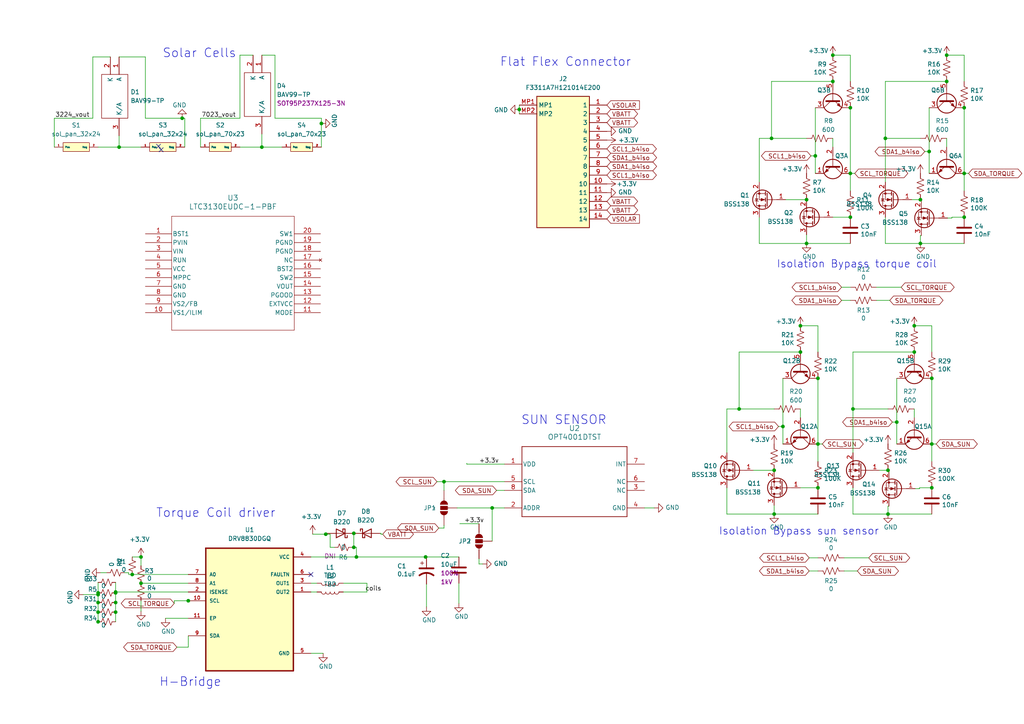
<source format=kicad_sch>
(kicad_sch (version 20230121) (generator eeschema)
  (paper "A4")
  (junction (at 279.654 62.992))
  (junction (at 237.236 141.478))
  (junction (at 33.528 177.546))
  (junction (at 270.256 128.778))
  (junction (at 236.474 45.212))
  (junction (at 260.096 122.428))
  (junction (at 232.156 102.108))
  (junction (at 102.616 158.75))
  (junction (at 28.448 180.34))
  (junction (at 266.954 70.612))
  (junction (at 224.536 149.098))
  (junction (at 257.556 136.398))
  (junction (at 265.176 102.108))
  (junction (at 33.528 171.958))
  (junction (at 28.448 171.958))
  (junction (at 214.376 118.618))
  (junction (at 28.448 174.752))
  (junction (at 223.774 40.132))
  (junction (at 237.236 109.728))
  (junction (at 224.536 136.398))
  (junction (at 241.554 23.622))
  (junction (at 94.488 154.94))
  (junction (at 123.444 161.544))
  (junction (at 38.354 166.624))
  (junction (at 128.778 139.7))
  (junction (at 265.176 94.488))
  (junction (at 233.934 57.912))
  (junction (at 266.954 57.912))
  (junction (at 28.448 177.546))
  (junction (at 256.794 40.132))
  (junction (at 54.61 174.244))
  (junction (at 279.654 31.242))
  (junction (at 247.396 118.618))
  (junction (at 103.378 161.544))
  (junction (at 40.894 169.164))
  (junction (at 270.256 109.728))
  (junction (at 269.494 43.942))
  (junction (at 93.218 35.814))
  (junction (at 246.634 31.242))
  (junction (at 279.654 50.292))
  (junction (at 233.934 70.612))
  (junction (at 237.236 128.778))
  (junction (at 52.832 34.29))
  (junction (at 232.156 94.488))
  (junction (at 102.616 154.686))
  (junction (at 257.556 149.098))
  (junction (at 142.748 147.32))
  (junction (at 241.554 16.002))
  (junction (at 246.634 62.992))
  (junction (at 274.574 16.002))
  (junction (at 34.544 42.672))
  (junction (at 40.894 161.544))
  (junction (at 246.634 50.292))
  (junction (at 28.448 172.466))
  (junction (at 150.622 31.75))
  (junction (at 227.076 123.698))
  (junction (at 274.574 23.622))
  (junction (at 270.256 141.478))
  (junction (at 75.946 42.672))
  (junction (at 33.528 171.704))
  (junction (at 33.528 174.752))
  (no_connect (at 90.17 166.624))
  (no_connect (at 46.736 43.434))
  (no_connect (at 45.974 42.418))
  (wire (pts (xy 270.256 94.488) (xy 265.176 94.488)))
  (wire (pts (xy 227.076 123.698) (xy 227.076 128.778)))
  (wire (pts (xy 110.49 154.94) (xy 110.998 154.94)))
  (wire (pts (xy 102.616 158.75) (xy 103.378 158.75)))
  (wire (pts (xy 135.382 134.366) (xy 135.382 134.62)))
  (wire (pts (xy 58.166 42.672) (xy 58.166 34.29)))
  (wire (pts (xy 236.474 31.242) (xy 236.474 45.212)))
  (wire (pts (xy 220.218 70.612) (xy 233.934 70.612)))
  (wire (pts (xy 214.376 102.108) (xy 232.156 102.108)))
  (wire (pts (xy 279.654 55.372) (xy 279.654 50.292)))
  (wire (pts (xy 123.444 161.798) (xy 123.444 161.544)))
  (wire (pts (xy 33.528 174.752) (xy 33.528 177.546)))
  (wire (pts (xy 210.82 131.318) (xy 210.82 118.618)))
  (wire (pts (xy 237.236 161.798) (xy 234.696 161.798)))
  (wire (pts (xy 271.526 128.778) (xy 270.256 128.778)))
  (wire (pts (xy 257.556 146.812) (xy 257.556 149.098)))
  (wire (pts (xy 261.366 83.312) (xy 254.254 83.312)))
  (wire (pts (xy 58.166 34.29) (xy 69.596 34.29)))
  (wire (pts (xy 235.204 45.212) (xy 236.474 45.212)))
  (wire (pts (xy 220.218 40.132) (xy 223.774 40.132)))
  (wire (pts (xy 256.794 70.612) (xy 266.954 70.612)))
  (wire (pts (xy 237.236 102.108) (xy 237.236 94.488)))
  (wire (pts (xy 133.096 169.164) (xy 133.096 175.006)))
  (wire (pts (xy 28.448 177.546) (xy 28.448 180.34)))
  (wire (pts (xy 90.678 154.94) (xy 94.488 154.94)))
  (wire (pts (xy 276.098 62.992) (xy 279.654 62.992)))
  (wire (pts (xy 248.666 165.608) (xy 244.856 165.608)))
  (wire (pts (xy 54.61 174.244) (xy 50.546 174.244)))
  (wire (pts (xy 210.82 118.618) (xy 214.376 118.618)))
  (wire (pts (xy 280.924 50.292) (xy 279.654 50.292)))
  (wire (pts (xy 270.256 102.108) (xy 270.256 94.488)))
  (wire (pts (xy 133.35 151.892) (xy 138.938 151.892)))
  (wire (pts (xy 227.076 109.728) (xy 227.076 123.698)))
  (wire (pts (xy 53.594 34.29) (xy 53.594 42.672)))
  (wire (pts (xy 279.654 31.242) (xy 279.654 50.292)))
  (wire (pts (xy 266.954 68.326) (xy 266.954 70.612)))
  (wire (pts (xy 28.448 171.958) (xy 28.448 172.466)))
  (wire (pts (xy 214.376 102.108) (xy 214.376 118.618)))
  (wire (pts (xy 224.536 149.098) (xy 237.236 149.098)))
  (wire (pts (xy 38.354 166.624) (xy 54.61 166.624)))
  (wire (pts (xy 266.7 141.732) (xy 266.7 141.478)))
  (wire (pts (xy 266.7 141.478) (xy 270.256 141.478)))
  (wire (pts (xy 54.61 187.706) (xy 54.61 184.404)))
  (wire (pts (xy 40.894 177.292) (xy 40.894 174.244)))
  (wire (pts (xy 48.006 179.324) (xy 54.61 179.324)))
  (wire (pts (xy 256.794 23.622) (xy 274.574 23.622)))
  (wire (pts (xy 50.546 174.244) (xy 50.546 175.006)))
  (wire (pts (xy 138.938 163.576) (xy 138.938 162.052)))
  (wire (pts (xy 233.934 40.132) (xy 223.774 40.132)))
  (wire (pts (xy 142.748 147.32) (xy 146.304 147.32)))
  (wire (pts (xy 267.208 57.912) (xy 266.954 57.912)))
  (wire (pts (xy 15.748 34.29) (xy 26.924 34.29)))
  (wire (pts (xy 270.256 109.728) (xy 270.256 128.778)))
  (wire (pts (xy 237.236 94.488) (xy 232.156 94.488)))
  (wire (pts (xy 37.338 166.116) (xy 37.338 166.624)))
  (wire (pts (xy 102.108 158.75) (xy 102.616 158.75)))
  (wire (pts (xy 97.028 158.75) (xy 95.758 158.75)))
  (wire (pts (xy 37.338 166.624) (xy 38.354 166.624)))
  (wire (pts (xy 246.634 16.002) (xy 241.554 16.002)))
  (wire (pts (xy 103.378 158.75) (xy 103.378 161.544)))
  (wire (pts (xy 142.748 147.32) (xy 142.748 156.972)))
  (wire (pts (xy 28.448 174.752) (xy 28.448 177.546)))
  (wire (pts (xy 150.622 31.75) (xy 150.622 33.02)))
  (wire (pts (xy 220.218 52.832) (xy 220.218 40.132)))
  (wire (pts (xy 95.758 158.75) (xy 95.758 154.94)))
  (wire (pts (xy 106.426 171.704) (xy 99.568 171.704)))
  (wire (pts (xy 33.528 171.704) (xy 54.61 171.704)))
  (wire (pts (xy 258.826 122.428) (xy 260.096 122.428)))
  (wire (pts (xy 28.448 180.34) (xy 28.448 180.594)))
  (wire (pts (xy 260.096 122.428) (xy 260.096 128.778)))
  (wire (pts (xy 128.778 153.162) (xy 127.254 153.162)))
  (wire (pts (xy 90.17 169.164) (xy 91.948 169.164)))
  (wire (pts (xy 106.426 169.164) (xy 106.426 171.704)))
  (wire (pts (xy 75.946 16.002) (xy 79.756 16.002)))
  (wire (pts (xy 247.904 50.292) (xy 246.634 50.292)))
  (wire (pts (xy 251.968 161.798) (xy 244.856 161.798)))
  (wire (pts (xy 110.236 154.686) (xy 110.49 154.686)))
  (wire (pts (xy 257.556 118.618) (xy 247.396 118.618)))
  (wire (pts (xy 126.746 139.7) (xy 128.778 139.7)))
  (wire (pts (xy 33.528 177.546) (xy 33.528 180.34)))
  (wire (pts (xy 69.596 42.672) (xy 75.946 42.672)))
  (wire (pts (xy 94.488 154.686) (xy 94.488 154.94)))
  (wire (pts (xy 52.832 34.29) (xy 53.594 34.29)))
  (wire (pts (xy 40.894 164.084) (xy 40.894 161.544)))
  (wire (pts (xy 247.396 118.618) (xy 247.396 102.108)))
  (wire (pts (xy 128.778 142.24) (xy 128.778 139.7)))
  (wire (pts (xy 265.43 141.732) (xy 266.7 141.732)))
  (wire (pts (xy 75.946 38.862) (xy 75.946 42.672)))
  (wire (pts (xy 210.82 149.098) (xy 224.536 149.098)))
  (wire (pts (xy 128.778 139.7) (xy 146.304 139.7)))
  (wire (pts (xy 210.82 141.478) (xy 210.82 149.098)))
  (wire (pts (xy 265.176 121.158) (xy 265.176 118.618)))
  (wire (pts (xy 247.396 149.098) (xy 257.556 149.098)))
  (wire (pts (xy 266.954 57.912) (xy 264.414 57.912)))
  (wire (pts (xy 218.44 136.398) (xy 224.536 136.398)))
  (wire (pts (xy 223.774 23.622) (xy 241.554 23.622)))
  (wire (pts (xy 28.448 42.672) (xy 34.544 42.672)))
  (wire (pts (xy 270.256 133.858) (xy 270.256 128.778)))
  (wire (pts (xy 75.946 42.672) (xy 81.788 42.672)))
  (wire (pts (xy 274.828 63.246) (xy 276.098 63.246)))
  (wire (pts (xy 34.544 39.37) (xy 34.544 42.672)))
  (wire (pts (xy 246.634 83.312) (xy 244.094 83.312)))
  (wire (pts (xy 246.634 87.122) (xy 244.094 87.122)))
  (wire (pts (xy 238.506 128.778) (xy 237.236 128.778)))
  (wire (pts (xy 28.448 168.91) (xy 28.448 171.958)))
  (wire (pts (xy 123.444 161.798) (xy 123.698 161.798)))
  (wire (pts (xy 103.378 161.544) (xy 123.444 161.544)))
  (wire (pts (xy 123.444 161.544) (xy 133.096 161.544)))
  (wire (pts (xy 258.064 87.122) (xy 254.254 87.122)))
  (wire (pts (xy 237.236 109.728) (xy 237.236 128.778)))
  (wire (pts (xy 223.774 23.622) (xy 223.774 40.132)))
  (wire (pts (xy 279.654 70.612) (xy 266.954 70.612)))
  (wire (pts (xy 266.954 40.132) (xy 256.794 40.132)))
  (wire (pts (xy 79.756 16.002) (xy 79.756 34.29)))
  (wire (pts (xy 99.568 169.164) (xy 106.426 169.164)))
  (wire (pts (xy 256.794 52.832) (xy 256.794 40.132)))
  (wire (pts (xy 94.996 154.686) (xy 94.488 154.686)))
  (wire (pts (xy 257.556 136.398) (xy 255.016 136.398)))
  (wire (pts (xy 128.778 152.4) (xy 128.778 153.162)))
  (wire (pts (xy 279.654 16.002) (xy 274.574 16.002)))
  (wire (pts (xy 150.622 30.48) (xy 150.622 31.75)))
  (wire (pts (xy 227.838 57.912) (xy 233.934 57.912)))
  (wire (pts (xy 90.17 171.704) (xy 91.948 171.704)))
  (wire (pts (xy 220.218 62.992) (xy 220.218 70.612)))
  (wire (pts (xy 34.544 42.672) (xy 40.894 42.672)))
  (wire (pts (xy 110.49 154.686) (xy 110.49 154.94)))
  (wire (pts (xy 94.488 154.94) (xy 95.758 154.94)))
  (wire (pts (xy 241.554 62.992) (xy 246.634 62.992)))
  (wire (pts (xy 34.544 16.51) (xy 42.164 16.51)))
  (wire (pts (xy 260.096 109.728) (xy 260.096 122.428)))
  (wire (pts (xy 33.528 171.704) (xy 33.528 171.958)))
  (wire (pts (xy 270.256 149.098) (xy 257.556 149.098)))
  (wire (pts (xy 40.894 169.164) (xy 54.61 169.164)))
  (wire (pts (xy 144.018 142.24) (xy 146.304 142.24)))
  (wire (pts (xy 257.81 146.812) (xy 257.556 146.812)))
  (wire (pts (xy 73.406 16.002) (xy 69.596 16.002)))
  (wire (pts (xy 36.068 166.116) (xy 37.338 166.116)))
  (wire (pts (xy 257.81 136.652) (xy 257.81 136.398)))
  (wire (pts (xy 247.396 102.108) (xy 265.176 102.108)))
  (wire (pts (xy 69.596 16.002) (xy 69.596 34.29)))
  (wire (pts (xy 246.634 55.372) (xy 246.634 50.292)))
  (wire (pts (xy 33.528 171.958) (xy 33.528 174.752)))
  (wire (pts (xy 33.528 168.91) (xy 33.528 171.704)))
  (wire (pts (xy 267.208 68.326) (xy 266.954 68.326)))
  (wire (pts (xy 233.934 70.612) (xy 233.934 68.072)))
  (wire (pts (xy 246.634 31.242) (xy 246.634 50.292)))
  (wire (pts (xy 29.21 166.116) (xy 30.988 166.116)))
  (wire (pts (xy 247.396 141.478) (xy 247.396 149.098)))
  (wire (pts (xy 232.156 141.478) (xy 237.236 141.478)))
  (wire (pts (xy 42.164 34.29) (xy 52.832 34.29)))
  (wire (pts (xy 246.634 23.622) (xy 246.634 16.002)))
  (wire (pts (xy 90.17 189.484) (xy 93.726 189.484)))
  (wire (pts (xy 247.396 131.318) (xy 247.396 118.618)))
  (wire (pts (xy 32.004 16.51) (xy 26.924 16.51)))
  (wire (pts (xy 51.308 187.706) (xy 54.61 187.706)))
  (wire (pts (xy 146.304 134.62) (xy 135.382 134.62)))
  (wire (pts (xy 268.224 43.942) (xy 269.494 43.942)))
  (wire (pts (xy 267.208 58.166) (xy 267.208 57.912)))
  (wire (pts (xy 93.218 34.29) (xy 93.218 35.814)))
  (wire (pts (xy 102.616 154.686) (xy 102.616 158.75)))
  (wire (pts (xy 256.794 62.992) (xy 256.794 70.612)))
  (wire (pts (xy 256.794 40.132) (xy 256.794 23.622)))
  (wire (pts (xy 269.494 43.942) (xy 269.494 50.292)))
  (wire (pts (xy 225.806 123.698) (xy 227.076 123.698)))
  (wire (pts (xy 279.654 23.622) (xy 279.654 16.002)))
  (wire (pts (xy 28.448 172.466) (xy 28.448 174.752)))
  (wire (pts (xy 237.236 165.608) (xy 234.696 165.608)))
  (wire (pts (xy 186.944 147.32) (xy 189.738 147.32)))
  (wire (pts (xy 276.098 63.246) (xy 276.098 62.992)))
  (wire (pts (xy 237.236 133.858) (xy 237.236 128.778)))
  (wire (pts (xy 90.17 161.544) (xy 103.378 161.544)))
  (wire (pts (xy 93.218 35.814) (xy 93.218 42.672)))
  (wire (pts (xy 42.164 16.51) (xy 42.164 34.29)))
  (wire (pts (xy 15.748 42.672) (xy 15.748 34.29)))
  (wire (pts (xy 241.554 42.672) (xy 241.554 40.132)))
  (wire (pts (xy 232.156 121.158) (xy 232.156 118.618)))
  (wire (pts (xy 257.81 136.398) (xy 257.556 136.398)))
  (wire (pts (xy 132.588 147.32) (xy 142.748 147.32)))
  (wire (pts (xy 224.536 118.618) (xy 214.376 118.618)))
  (wire (pts (xy 24.13 172.466) (xy 28.448 172.466)))
  (wire (pts (xy 40.894 161.544) (xy 38.354 161.544)))
  (wire (pts (xy 233.934 70.612) (xy 246.634 70.612)))
  (wire (pts (xy 139.954 163.576) (xy 138.938 163.576)))
  (wire (pts (xy 236.474 45.212) (xy 236.474 50.292)))
  (wire (pts (xy 274.574 42.672) (xy 274.574 40.132)))
  (wire (pts (xy 79.756 34.29) (xy 93.218 34.29)))
  (wire (pts (xy 123.698 169.418) (xy 123.698 176.022)))
  (wire (pts (xy 54.864 174.244) (xy 54.61 174.244)))
  (wire (pts (xy 269.494 31.242) (xy 269.494 43.942)))
  (wire (pts (xy 26.924 16.51) (xy 26.924 34.29)))
  (wire (pts (xy 224.536 149.098) (xy 224.536 146.558)))
  (text "Flat Flex Connector" (at 183.134 19.558 0) (effects (font (size 2.54 2.54)) (justify right bottom)))
  (text "SUN SENSOR\n\n" (at 151.13 127.508 0) (effects (font (size 2.54 2.54)) (justify left bottom)))
  (text "Isolation Bypass torque coil" (at 271.78 77.978 0) (effects (font (size 2.159 2.159)) (justify right bottom)))
  (text "Isolation Bypass sun sensor" (at 255.016 155.448 0) (effects (font (size 2.159 2.159)) (justify right bottom)))
  (text "Solar Cells" (at 68.58 17.018 0) (effects (font (size 2.54 2.54)) (justify right bottom)))
  (text "Torque Coil driver\n" (at 45.212 150.368 0) (effects (font (size 2.54 2.54)) (justify left bottom)))
  (text "H-Bridge" (at 64.262 199.39 0) (effects (font (size 2.54 2.54)) (justify right bottom)))
  (label "+3.3v" (at 134.62 151.892 0))
  (label "coils" (at 105.918 171.704 0))
  (label "+3.3v" (at 138.938 134.62 0))
  (label "3224_vout" (at 16.002 34.29 0))
  (label "7023_vout" (at 58.42 34.29 0))
  (global_label "SCL_TORQUE" (shape bidirectional) (at 50.546 175.006 180) (property "Intersheetrefs" "${INTERSHEET_REFS}" (effects hide)))
  (global_label "SCL_TORQUE" (shape bidirectional) (at 247.904 50.292 0) (property "Intersheetrefs" "${INTERSHEET_REFS}" (effects hide)))
  (global_label "SCL_TORQUE" (shape bidirectional) (at 261.366 83.312 0) (property "Intersheetrefs" "${INTERSHEET_REFS}" (effects hide)))
  (global_label "SCL1_b4iso" (shape bidirectional) (at 225.806 123.698 180) (property "Intersheetrefs" "${INTERSHEET_REFS}" (effects hide)))
  (global_label "SDA_TORQUE" (shape bidirectional) (at 51.308 187.706 180) (property "Intersheetrefs" "${INTERSHEET_REFS}" (effects hide)))
  (global_label "SDA_SUN" (shape bidirectional) (at 144.018 142.24 180) (property "Intersheetrefs" "${INTERSHEET_REFS}" (effects hide)))
  (global_label "VBATT" (shape bidirectional) (at 176.022 35.56 0) (property "Intersheetrefs" "${INTERSHEET_REFS}" (effects hide)))
  (global_label "SDA_SUN" (shape bidirectional) (at 248.666 165.608 0) (property "Intersheetrefs" "${INTERSHEET_REFS}" (effects hide)))
  (global_label "SDA1_b4iso" (shape bidirectional) (at 176.022 48.26 0) (property "Intersheetrefs" "${INTERSHEET_REFS}" (effects hide)))
  (global_label "VBATT" (shape bidirectional) (at 176.022 58.42 0) (property "Intersheetrefs" "${INTERSHEET_REFS}" (effects hide)))
  (global_label "SDA_TORQUE" (shape bidirectional) (at 258.064 87.122 0) (property "Intersheetrefs" "${INTERSHEET_REFS}" (effects hide)))
  (global_label "SDA_TORQUE" (shape bidirectional) (at 280.924 50.292 0) (property "Intersheetrefs" "${INTERSHEET_REFS}" (effects hide)))
  (global_label "SCL1_b4iso" (shape bidirectional) (at 176.022 43.18 0) (property "Intersheetrefs" "${INTERSHEET_REFS}" (effects hide)))
  (global_label "VSOLAR" (shape input) (at 176.022 63.5 0) (property "Intersheetrefs" "${INTERSHEET_REFS}" (effects hide)))
  (global_label "SCL_SUN" (shape bidirectional) (at 238.506 128.778 0) (property "Intersheetrefs" "${INTERSHEET_REFS}" (effects hide)))
  (global_label "VBATT" (shape bidirectional) (at 110.998 154.94 0) (property "Intersheetrefs" "${INTERSHEET_REFS}" (effects hide)))
  (global_label "SDA1_b4iso" (shape bidirectional) (at 234.696 165.608 180) (property "Intersheetrefs" "${INTERSHEET_REFS}" (effects hide)))
  (global_label "SDA1_b4iso" (shape bidirectional) (at 268.224 43.942 180) (property "Intersheetrefs" "${INTERSHEET_REFS}" (effects hide)))
  (global_label "VBATT" (shape bidirectional) (at 176.022 60.96 0) (property "Intersheetrefs" "${INTERSHEET_REFS}" (effects hide)))
  (global_label "SCL_SUN" (shape bidirectional) (at 126.746 139.7 180) (property "Intersheetrefs" "${INTERSHEET_REFS}" (effects hide)))
  (global_label "SCL1_b4iso" (shape bidirectional) (at 234.696 161.798 180) (property "Intersheetrefs" "${INTERSHEET_REFS}" (effects hide)))
  (global_label "SDA_SUN" (shape bidirectional) (at 127.254 153.162 180) (property "Intersheetrefs" "${INTERSHEET_REFS}" (effects hide)))
  (global_label "SCL1_b4iso" (shape bidirectional) (at 244.094 83.312 180) (property "Intersheetrefs" "${INTERSHEET_REFS}" (effects hide)))
  (global_label "SDA1_b4iso" (shape bidirectional) (at 244.094 87.122 180) (property "Intersheetrefs" "${INTERSHEET_REFS}" (effects hide)))
  (global_label "SCL_SUN" (shape bidirectional) (at 251.968 161.798 0) (property "Intersheetrefs" "${INTERSHEET_REFS}" (effects hide)))
  (global_label "SCL1_b4iso" (shape bidirectional) (at 176.022 50.8 0) (property "Intersheetrefs" "${INTERSHEET_REFS}" (effects hide)))
  (global_label "SDA1_b4iso" (shape bidirectional) (at 176.022 45.72 0) (property "Intersheetrefs" "${INTERSHEET_REFS}" (effects hide)))
  (global_label "VSOLAR" (shape input) (at 176.022 30.48 0) (property "Intersheetrefs" "${INTERSHEET_REFS}" (effects hide)))
  (global_label "VBATT" (shape bidirectional) (at 176.022 33.02 0) (property "Intersheetrefs" "${INTERSHEET_REFS}" (effects hide)))
  (global_label "SDA1_b4iso" (shape bidirectional) (at 258.826 122.428 180) (property "Intersheetrefs" "${INTERSHEET_REFS}" (effects hide)))
  (global_label "SCL1_b4iso" (shape bidirectional) (at 235.204 45.212 180) (property "Intersheetrefs" "${INTERSHEET_REFS}" (effects hide)))
  (global_label "SDA_SUN" (shape bidirectional) (at 271.526 128.778 0) (property "Intersheetrefs" "${INTERSHEET_REFS}" (effects hide)))
  (symbol (lib_id "solar_symbol_lib:sol_pan_32x24") (at 20.828 38.862 0) (unit 1)
    (property "Reference" "S1" (at 22.098 36.322 0))
    (property "Value" "sol_pan_32x24" (at 22.098 38.862 0))
    (property "Footprint" "CUSTOM_SOLAR_2432:solar_panel_SM500K12TF_32x24" (effects hide))
  )
  (symbol (lib_id "power:+3.3V") (at 257.556 128.778 0) (mirror y) (unit 1)
    (property "Reference" "#PWR023" (effects hide))
    (property "Value" "+3.3V" (at 256.286 127.508 0) (effects (justify left)))
  )
  (symbol (lib_id "power:GND") (at 266.954 70.612 0) (mirror y) (unit 1)
    (property "Reference" "#PWR016" (effects hide))
    (property "Value" "GND" (at 265.684 74.422 0) (effects (justify right)))
  )
  (symbol (lib_id "Transistor_FET:BSS138") (at 249.936 136.398 180) (unit 1)
    (property "Reference" "Q13" (at 243.586 135.128 0) (effects (justify left)))
    (property "Value" "BSS138" (at 243.586 137.668 0) (effects (justify left)))
    (property "Footprint" "Package_TO_SOT_SMD:SOT-23" (effects hide))
    (property "Datasheet" "https://www.onsemi.com/pub/Collateral/BSS138-D.PDF" (effects hide))
  )
  (symbol (lib_id "Device:C") (at 237.236 145.288 0) (unit 1)
    (property "Reference" "C5" (at 240.157 144.145 0) (effects (justify left)))
    (property "Value" "10nF" (at 240.157 146.431 0) (effects (justify left)))
    (property "Footprint" "Capacitor_SMD:C_0603_1608Metric" (effects hide))
  )
  (symbol (lib_id "power:+3.3V") (at 232.156 94.488 0) (mirror y) (unit 1)
    (property "Reference" "#PWR011" (effects hide))
    (property "Value" "+3.3V" (at 230.886 93.218 0) (effects (justify left)))
  )
  (symbol (lib_id "power:GND") (at 133.096 175.006 0) (mirror y) (unit 1)
    (property "Reference" "#PWR07" (effects hide))
    (property "Value" "GND" (at 131.826 178.816 0) (effects (justify right)))
  )
  (symbol (lib_id "SparkFun-Jumper:SolderJumper_3_Open_No_Silk") (at 138.938 156.972 90) (unit 1)
    (property "Reference" "JP2" (at 136.652 156.972 90) (effects (justify left)))
    (property "Value" "~" (at 136.144 156.972 0))
    (property "Footprint" "SparkFun-Jumper:SMT-JUMPER_3_NO_NO-SILK" (effects hide))
  )
  (symbol (lib_id "Device:R_Small_US") (at 30.988 171.958 270) (unit 1)
    (property "Reference" "R5" (at 28.194 170.942 90) (effects (justify right)))
    (property "Value" "0" (at 30.734 172.974 90) (effects (justify right)))
    (property "Footprint" "Resistor_SMD:R_0402_1005Metric" (effects hide))
  )
  (symbol (lib_id "solar_symbol_lib:sol_pan_70x23") (at 86.868 42.672 0) (unit 1)
    (property "Reference" "S4" (at 87.503 36.322 0))
    (property "Value" "sol_pan_70x23" (at 87.503 38.862 0))
    (property "Footprint" "CUSTOM_SOLAR_7023:sol_pan_SM141K10TFS_70x23" (effects hide))
  )
  (symbol (lib_id "Transistor_BJT:MBT2222ADW1T1") (at 241.554 47.752 270) (unit 1)
    (property "Reference" "Q3" (at 244.094 45.212 90))
    (property "Value" "MBT2222ADW1T1" (effects hide))
    (property "Footprint" "Package_TO_SOT_SMD:SOT-363_SC-70-6" (effects hide))
    (property "Datasheet" "http://www.onsemi.com/pub_link/Collateral/MBT2222ADW1T1-D.PDF" (effects hide))
  )
  (symbol (lib_id "F3311A7H121008E200:F3311A7H121014E200") (at 150.622 30.48 0) (unit 1)
    (property "Reference" "J2" (at 163.322 22.86 0))
    (property "Value" "F3311A7H121014E200" (at 163.322 25.4 0))
    (property "Footprint" "F3311A7H121014E200" (effects hide))
    (property "Datasheet" "https://cdn.amphenol-cs.com/media/wysiwyg/files/documentation/datasheet/flex/ffc_fpc_050mm_f331.pdf" (effects hide))
    (property "Height" "1.12" (effects hide))
    (property "Manufacturer_Name" "Amphenol Communications Solutions" (effects hide))
    (property "Manufacturer_Part_Number" "F3311A7H121014E200" (effects hide))
  )
  (symbol (lib_id "Device:R_US") (at 228.346 118.618 90) (unit 1)
    (property "Reference" "R20" (at 230.886 113.538 90))
    (property "Value" "600" (at 230.886 116.078 90))
    (property "Footprint" "Resistor_SMD:R_0603_1608Metric" (effects hide))
  )
  (symbol (lib_id "Device:R_US") (at 261.366 118.618 270) (unit 1)
    (property "Reference" "R27" (at 263.906 113.538 90))
    (property "Value" "600" (at 263.906 116.078 90))
    (property "Footprint" "Resistor_SMD:R_0603_1608Metric" (effects hide))
  )
  (symbol (lib_id "OPT4001DTST:OPT4001DTST") (at 146.304 134.62 0) (unit 1)
    (property "Reference" "U2" (at 166.624 124.206 0) (effects (font (size 1.524 1.524))))
    (property "Value" "OPT4001DTST" (at 166.624 126.746 0) (effects (font (size 1.524 1.524))))
    (property "Footprint" "DTS0008A-MFG" (effects hide))
    (property "Datasheet" "OPT4001DTST" (effects hide))
  )
  (symbol (lib_id "Device:R_US") (at 265.176 98.298 0) (unit 1)
    (property "Reference" "R28" (at 263.4488 97.1296 0) (effects (justify right)))
    (property "Value" "10K" (at 263.4488 99.441 0) (effects (justify right)))
    (property "Footprint" "Resistor_SMD:R_0603_1608Metric" (effects hide))
  )
  (symbol (lib_id "Transistor_BJT:MBT2222ADW1T1") (at 241.554 28.702 90) (mirror x) (unit 2)
    (property "Reference" "Q3" (at 239.014 26.162 90))
    (property "Value" "MBT2222ADW1T1" (effects hide))
    (property "Footprint" "Package_TO_SOT_SMD:SOT-363_SC-70-6" (effects hide))
    (property "Datasheet" "http://www.onsemi.com/pub_link/Collateral/MBT2222ADW1T1-D.PDF" (effects hide))
  )
  (symbol (lib_id "Transistor_BJT:MBT2222ADW1T1") (at 265.176 107.188 90) (mirror x) (unit 2)
    (property "Reference" "Q15" (at 262.636 104.648 90))
    (property "Value" "MBT2222ADW1T1" (effects hide))
    (property "Footprint" "Package_TO_SOT_SMD:SOT-363_SC-70-6" (effects hide))
    (property "Datasheet" "http://www.onsemi.com/pub_link/Collateral/MBT2222ADW1T1-D.PDF" (effects hide))
  )
  (symbol (lib_id "Device:R_Small_US") (at 99.568 158.75 90) (unit 1)
    (property "Reference" "R6" (at 99.568 161.6202 90))
    (property "Value" "0" (at 99.568 158.75 90))
    (property "Footprint" "Resistor_SMD:R_0603_1608Metric" (effects hide))
    (property "DNI" "DNI" (at 95.758 161.29 90))
  )
  (symbol (lib_id "power:GND") (at 233.934 70.612 0) (mirror y) (unit 1)
    (property "Reference" "#PWR013" (effects hide))
    (property "Value" "GND" (at 232.664 74.422 0) (effects (justify right)))
  )
  (symbol (lib_id "Transistor_FET:BSS138") (at 236.474 62.992 180) (unit 1)
    (property "Reference" "Q2" (at 230.124 61.722 0) (effects (justify left)))
    (property "Value" "BSS138" (at 230.124 64.262 0) (effects (justify left)))
    (property "Footprint" "Package_TO_SOT_SMD:SOT-23" (effects hide))
    (property "Datasheet" "https://www.onsemi.com/pub/Collateral/BSS138-D.PDF" (effects hide))
  )
  (symbol (lib_id "solar_symbol_lib:sol_pan_70x23") (at 63.246 42.672 0) (unit 1)
    (property "Reference" "S2" (at 63.881 36.322 0))
    (property "Value" "sol_pan_70x23" (at 63.881 38.862 0))
    (property "Footprint" "CUSTOM_SOLAR_7023:sol_pan_SM141K10TFS_70x23" (effects hide))
  )
  (symbol (lib_id "power:GND") (at 189.738 147.32 90) (unit 1)
    (property "Reference" "#PWR018" (effects hide))
    (property "Value" "GND" (at 192.9892 147.193 90) (effects (justify right)))
  )
  (symbol (lib_id "Device:R_US") (at 274.574 19.812 0) (unit 1)
    (property "Reference" "R16" (at 272.8468 18.6436 0) (effects (justify right)))
    (property "Value" "10K" (at 272.8468 20.955 0) (effects (justify right)))
    (property "Footprint" "Resistor_SMD:R_0603_1608Metric" (effects hide))
  )
  (symbol (lib_id "Diode:B220") (at 106.426 154.686 0) (unit 1)
    (property "Reference" "D8" (at 106.1085 148.336 0))
    (property "Value" "B220" (at 106.1085 150.876 0))
    (property "Footprint" "Diode_SMD:D_SMB" (effects hide))
    (property "Datasheet" "http://www.jameco.com/Jameco/Products/ProdDS/1538777.pdf" (effects hide))
  )
  (symbol (lib_id "Device:R_US") (at 250.444 83.312 90) (mirror x) (unit 1)
    (property "Reference" "R12" (at 250.444 78.105 90))
    (property "Value" "0" (at 250.444 80.4164 90))
    (property "Footprint" "Resistor_SMD:R_0603_1608Metric" (effects hide))
  )
  (symbol (lib_id "power:+3.3V") (at 90.678 154.94 0) (mirror y) (unit 1)
    (property "Reference" "#PWR06" (effects hide))
    (property "Value" "+3.3V" (at 93.218 149.86 0) (effects (justify left)))
  )
  (symbol (lib_id "AA_AUTO_LOADER:BAV99-TP") (at 34.544 16.51 270) (unit 1)
    (property "Reference" "D1" (at 37.846 26.67 90) (effects (justify left)))
    (property "Value" "BAV99-TP" (at 37.846 29.21 90) (effects (justify left)))
    (property "Footprint" "SOT95P237X125-3N" (effects hide))
    (property "Datasheet" "https://mccsemi.com/pdf/Products/BAV99(SOT-23).pdf" (effects hide))
    (property "Description" "Diode Array 1 Pair Series Connection 70 V 200mA Surface Mount TO-236-3, SC-59, SOT-23-3" (effects hide))
    (property "Height" "1.25" (effects hide))
    (property "Manufacturer_Name" "MCC" (effects hide))
    (property "Manufacturer_Part_Number" "BAV99-TP" (effects hide))
    (property "Mouser Part Number" "833-BAV99-TP" (effects hide))
    (property "Mouser Price/Stock" "https://www.mouser.co.uk/ProductDetail/Micro-Commercial-Components-MCC/BAV99-TP?qs=KFo7JewZbUG9Ksrbr%252B03HQ%3D%3D" (effects hide))
    (property "Arrow Part Number" "BAV99-TP" (effects hide))
    (property "Arrow Price/Stock" "https://www.arrow.com/en/products/bav99-tp/micro-commercial-components?region=europe" (effects hide))
  )
  (symbol (lib_id "Transistor_BJT:MBT2222ADW1T1") (at 274.574 47.752 270) (unit 1)
    (property "Reference" "Q6" (at 277.114 45.212 90))
    (property "Value" "MBT2222ADW1T1" (effects hide))
    (property "Footprint" "Package_TO_SOT_SMD:SOT-363_SC-70-6" (effects hide))
    (property "Datasheet" "http://www.onsemi.com/pub_link/Collateral/MBT2222ADW1T1-D.PDF" (effects hide))
  )
  (symbol (lib_id "Device:R_US") (at 237.744 40.132 90) (unit 1)
    (property "Reference" "R8" (at 240.284 35.052 90))
    (property "Value" "600" (at 240.284 37.592 90))
    (property "Footprint" "Resistor_SMD:R_0603_1608Metric" (effects hide))
  )
  (symbol (lib_id "Transistor_BJT:MBT2222ADW1T1") (at 274.574 28.702 90) (mirror x) (unit 2)
    (property "Reference" "Q6" (at 272.034 26.162 90))
    (property "Value" "MBT2222ADW1T1" (effects hide))
    (property "Footprint" "Package_TO_SOT_SMD:SOT-363_SC-70-6" (effects hide))
    (property "Datasheet" "http://www.onsemi.com/pub_link/Collateral/MBT2222ADW1T1-D.PDF" (effects hide))
  )
  (symbol (lib_id "Device:C") (at 133.096 165.354 0) (unit 1)
    (property "Reference" "C1" (at 115.189 164.1856 0) (effects (justify left)))
    (property "Value" "0.1uF" (at 115.189 166.497 0) (effects (justify left)))
    (property "Footprint" "Capacitor_SMD:C_0402_1005Metric" (effects hide))
  )
  (symbol (lib_id "Device:R_US") (at 237.236 137.668 180) (unit 1)
    (property "Reference" "R23" (at 238.9632 136.4996 0) (effects (justify right)))
    (property "Value" "100K" (at 238.9632 138.811 0) (effects (justify right)))
    (property "Footprint" "Resistor_SMD:R_0603_1608Metric" (effects hide))
  )
  (symbol (lib_id "Device:R_Small_US") (at 30.988 168.91 270) (unit 1)
    (property "Reference" "R33" (at 28.194 167.894 90) (effects (justify right)))
    (property "Value" "0" (at 30.734 169.926 90) (effects (justify right)))
    (property "Footprint" "Resistor_SMD:R_0402_1005Metric" (effects hide))
  )
  (symbol (lib_id "Device:R_US") (at 241.046 165.608 90) (mirror x) (unit 1)
    (property "Reference" "R25" (at 241.046 168.4782 90))
    (property "Value" "0" (at 241.046 170.7896 90))
    (property "Footprint" "Resistor_SMD:R_0603_1608Metric" (effects hide))
  )
  (symbol (lib_id "power:+3.3V") (at 176.022 40.64 270) (mirror x) (unit 1)
    (property "Reference" "#PWR022" (effects hide))
    (property "Value" "+3.3V" (at 179.324 40.64 90) (effects (justify left)))
  )
  (symbol (lib_id "SparkFun-Capacitor:C_Polarized") (at 123.698 165.608 0) (unit 1)
    (property "Reference" "C2" (at 127.762 161.163 0) (effects (justify left)))
    (property "Value" "10uF" (at 127.762 163.703 0) (effects (justify left)))
    (property "Footprint" "Capacitor_SMD:C_0805_2012Metric" (effects hide))
    (property "Datasheet" "[link text](https://cdn.sparkfun.com/assets/8/a/4/a/5/Kemet_Capacitor_Datasheet.pdf)" (effects hide))
    (property "PROD_ID" "CAP-00000" (effects hide))
    (property "Tolerance" "100%" (at 127.762 166.243 0) (effects (justify left)))
    (property "Voltage" "1kV" (at 127.762 168.783 0) (effects (justify left)))
  )
  (symbol (lib_id "power:GND") (at 29.21 166.116 270) (mirror x) (unit 1)
    (property "Reference" "#PWR030" (effects hide))
    (property "Value" "GND" (at 25.4 164.846 0) (effects (justify right)))
  )
  (symbol (lib_id "Device:R_Small_US") (at 38.354 164.084 180) (unit 1)
    (property "Reference" "R1" (at 36.6522 162.9156 0) (effects (justify left)))
    (property "Value" "0" (at 36.6522 165.227 0) (effects (justify left)))
    (property "Footprint" "Resistor_SMD:R_0402_1005Metric" (effects hide))
  )
  (symbol (lib_id "AA_AUTO_LOADER:BAV99-TP") (at 75.946 16.002 270) (unit 1)
    (property "Reference" "D4" (at 80.264 24.892 90) (effects (justify left)))
    (property "Value" "BAV99-TP" (at 80.264 27.432 90) (effects (justify left)))
    (property "Footprint" "SOT95P237X125-3N" (at 80.264 29.972 90) (effects (justify left)))
    (property "Datasheet" "https://mccsemi.com/pdf/Products/BAV99(SOT-23).pdf" (effects hide))
    (property "Description" "Diode Array 1 Pair Series Connection 70 V 200mA Surface Mount TO-236-3, SC-59, SOT-23-3" (effects hide))
    (property "Height" "1.25" (effects hide))
    (property "Manufacturer_Name" "MCC" (effects hide))
    (property "Manufacturer_Part_Number" "BAV99-TP" (effects hide))
    (property "Mouser Part Number" "833-BAV99-TP" (effects hide))
    (property "Mouser Price/Stock" "https://www.mouser.co.uk/ProductDetail/Micro-Commercial-Components-MCC/BAV99-TP?qs=KFo7JewZbUG9Ksrbr%252B03HQ%3D%3D" (effects hide))
    (property "Arrow Part Number" "BAV99-TP" (effects hide))
    (property "Arrow Price/Stock" "https://www.arrow.com/en/products/bav99-tp/micro-commercial-components?region=europe" (effects hide))
  )
  (symbol (lib_id "Device:R_Small_US") (at 40.894 166.624 180) (unit 1)
    (property "Reference" "R3" (at 41.91 165.608 0) (effects (justify right)))
    (property "Value" "0" (at 42.6212 167.767 0) (effects (justify right)))
    (property "Footprint" "Resistor_SMD:R_0402_1005Metric" (effects hide))
  )
  (symbol (lib_id "Device:R_US") (at 241.046 161.798 90) (mirror x) (unit 1)
    (property "Reference" "R24" (at 241.046 156.591 90))
    (property "Value" "0" (at 241.046 158.9024 90))
    (property "Footprint" "Resistor_SMD:R_0603_1608Metric" (effects hide))
  )
  (symbol (lib_id "Device:R_US") (at 232.156 98.298 0) (unit 1)
    (property "Reference" "R21" (at 230.4288 97.1296 0) (effects (justify right)))
    (property "Value" "10K" (at 230.4288 99.441 0) (effects (justify right)))
    (property "Footprint" "Resistor_SMD:R_0603_1608Metric" (effects hide))
  )
  (symbol (lib_id "Device:C") (at 246.634 66.802 0) (unit 1)
    (property "Reference" "C3" (at 249.555 65.659 0) (effects (justify left)))
    (property "Value" "10nF" (at 249.555 67.945 0) (effects (justify left)))
    (property "Footprint" "Capacitor_SMD:C_0603_1608Metric" (effects hide))
  )
  (symbol (lib_id "power:+3.3V") (at 233.934 50.292 0) (mirror y) (unit 1)
    (property "Reference" "#PWR012" (effects hide))
    (property "Value" "+3.3V" (at 232.664 49.022 0) (effects (justify left)))
  )
  (symbol (lib_id "Device:R_US") (at 270.764 40.132 270) (unit 1)
    (property "Reference" "R15" (at 273.304 35.052 90))
    (property "Value" "600" (at 273.304 37.592 90))
    (property "Footprint" "Resistor_SMD:R_0603_1608Metric" (effects hide))
  )
  (symbol (lib_id "power:GND") (at 257.556 149.098 0) (mirror y) (unit 1)
    (property "Reference" "#PWR024" (effects hide))
    (property "Value" "GND" (at 256.286 152.908 0) (effects (justify right)))
  )
  (symbol (lib_id "Device:R_Small_US") (at 40.894 171.704 180) (unit 1)
    (property "Reference" "R4" (at 42.6212 170.5356 0) (effects (justify right)))
    (property "Value" "0" (at 42.6212 172.847 0) (effects (justify right)))
    (property "Footprint" "Resistor_SMD:R_0402_1005Metric" (effects hide))
  )
  (symbol (lib_id "power:+3.3V") (at 265.176 94.488 0) (mirror y) (unit 1)
    (property "Reference" "#PWR025" (effects hide))
    (property "Value" "+3.3V" (at 263.906 93.218 0) (effects (justify left)))
  )
  (symbol (lib_id "power:GND") (at 24.13 172.466 270) (mirror x) (unit 1)
    (property "Reference" "#PWR029" (effects hide))
    (property "Value" "GND" (at 20.32 171.196 0) (effects (justify right)))
  )
  (symbol (lib_id "Transistor_FET:BSS138") (at 213.36 136.398 180) (unit 1)
    (property "Reference" "Q10" (at 208.026 135.128 0) (effects (justify left)))
    (property "Value" "BSS138" (at 208.026 137.668 0) (effects (justify left)))
    (property "Footprint" "Package_TO_SOT_SMD:SOT-23" (effects hide))
    (property "Datasheet" "https://www.onsemi.com/pub/Collateral/BSS138-D.PDF" (effects hide))
  )
  (symbol (lib_id "Device:R_US") (at 233.934 54.102 180) (unit 1)
    (property "Reference" "R7" (at 235.6612 52.9336 0) (effects (justify right)))
    (property "Value" "10K" (at 235.6612 55.245 0) (effects (justify right)))
    (property "Footprint" "Resistor_SMD:R_0603_1608Metric" (effects hide))
  )
  (symbol (lib_id "Device:R_US") (at 279.654 59.182 180) (unit 1)
    (property "Reference" "R18" (at 281.3812 58.0136 0) (effects (justify right)))
    (property "Value" "100K" (at 281.3812 60.325 0) (effects (justify right)))
    (property "Footprint" "Resistor_SMD:R_0603_1608Metric" (effects hide))
  )
  (symbol (lib_id "power:GND") (at 176.022 38.1 90) (unit 1)
    (property "Reference" "#PWR020" (effects hide))
    (property "Value" "GND" (at 179.2732 37.973 90) (effects (justify right)))
  )
  (symbol (lib_id "Device:R_US") (at 246.634 27.432 180) (unit 1)
    (property "Reference" "R10" (at 248.3612 26.2636 0) (effects (justify right)))
    (property "Value" "10K" (at 248.3612 28.575 0) (effects (justify right)))
    (property "Footprint" "Resistor_SMD:R_0402_1005Metric" (effects hide))
  )
  (symbol (lib_id "Device:L") (at 95.758 171.704 270) (unit 1)
    (property "Reference" "L2" (at 95.758 167.1066 90))
    (property "Value" "TBD" (at 95.758 169.418 90))
    (property "Footprint" "Inductor_SMD:L_0603_1608Metric" (effects hide))
  )
  (symbol (lib_id "Device:R_US") (at 224.536 132.588 180) (unit 1)
    (property "Reference" "R19" (at 226.2632 131.4196 0) (effects (justify right)))
    (property "Value" "10K" (at 226.2632 133.731 0) (effects (justify right)))
    (property "Footprint" "Resistor_SMD:R_0603_1608Metric" (effects hide))
  )
  (symbol (lib_id "Device:R_US") (at 270.256 137.668 180) (unit 1)
    (property "Reference" "R30" (at 271.9832 136.4996 0) (effects (justify right)))
    (property "Value" "100K" (at 271.9832 138.811 0) (effects (justify right)))
    (property "Footprint" "Resistor_SMD:R_0603_1608Metric" (effects hide))
  )
  (symbol (lib_id "Device:R_US") (at 266.954 54.102 180) (unit 1)
    (property "Reference" "R14" (at 268.6812 52.9336 0) (effects (justify right)))
    (property "Value" "10K" (at 268.6812 55.245 0) (effects (justify right)))
    (property "Footprint" "Resistor_SMD:R_0603_1608Metric" (effects hide))
  )
  (symbol (lib_id "power:+3.3V") (at 266.954 50.292 0) (mirror y) (unit 1)
    (property "Reference" "#PWR015" (effects hide))
    (property "Value" "+3.3V" (at 265.684 49.022 0) (effects (justify left)))
  )
  (symbol (lib_id "Device:R_Small_US") (at 30.988 174.752 270) (unit 1)
    (property "Reference" "R31" (at 28.194 173.736 90) (effects (justify right)))
    (property "Value" "0" (at 30.734 175.768 90) (effects (justify right)))
    (property "Footprint" "Resistor_SMD:R_0402_1005Metric" (effects hide))
  )
  (symbol (lib_id "Device:L") (at 95.758 169.164 270) (unit 1)
    (property "Reference" "L1" (at 95.758 164.5666 90))
    (property "Value" "TBD" (at 95.758 166.878 90))
    (property "Footprint" "Inductor_SMD:L_0603_1608Metric" (effects hide))
  )
  (symbol (lib_id "SparkFun-Jumper:SolderJumper_3_Open_No_Silk") (at 128.778 147.32 90) (unit 1)
    (property "Reference" "JP1" (at 126.492 147.32 90) (effects (justify left)))
    (property "Value" "~" (at 125.984 147.32 0))
    (property "Footprint" "SparkFun-Jumper:SMT-JUMPER_3_NO_NO-SILK" (effects hide))
  )
  (symbol (lib_id "Transistor_FET:BSS138") (at 227.076 141.478 180) (unit 1)
    (property "Reference" "Q11" (at 220.726 140.208 0) (effects (justify left)))
    (property "Value" "BSS138" (at 220.726 142.748 0) (effects (justify left)))
    (property "Footprint" "Package_TO_SOT_SMD:SOT-23" (effects hide))
    (property "Datasheet" "https://www.onsemi.com/pub/Collateral/BSS138-D.PDF" (effects hide))
  )
  (symbol (lib_id "power:+3.3V") (at 176.022 53.34 270) (mirror x) (unit 1)
    (property "Reference" "#PWR026" (effects hide))
    (property "Value" "+3.3V" (at 178.816 53.34 90) (effects (justify left)))
  )
  (symbol (lib_id "Transistor_FET:BSS138") (at 269.748 63.246 180) (unit 1)
    (property "Reference" "Q5" (at 263.398 61.976 0) (effects (justify left)))
    (property "Value" "BSS138" (at 263.398 64.516 0) (effects (justify left)))
    (property "Footprint" "Package_TO_SOT_SMD:SOT-23" (effects hide))
    (property "Datasheet" "https://www.onsemi.com/pub/Collateral/BSS138-D.PDF" (effects hide))
  )
  (symbol (lib_id "Device:C") (at 270.256 145.288 0) (unit 1)
    (property "Reference" "C6" (at 273.177 144.145 0) (effects (justify left)))
    (property "Value" "10nF" (at 273.177 146.431 0) (effects (justify left)))
    (property "Footprint" "Capacitor_SMD:C_0603_1608Metric" (effects hide))
  )
  (symbol (lib_id "power:GND") (at 40.894 177.292 0) (mirror y) (unit 1)
    (property "Reference" "#PWR02" (effects hide))
    (property "Value" "GND" (at 39.624 181.102 0) (effects (justify right)))
  )
  (symbol (lib_id "Device:R_US") (at 250.444 87.122 90) (mirror x) (unit 1)
    (property "Reference" "R13" (at 250.444 89.9922 90))
    (property "Value" "0" (at 250.444 92.3036 90))
    (property "Footprint" "Resistor_SMD:R_0603_1608Metric" (effects hide))
  )
  (symbol (lib_id "Device:R_US") (at 237.236 105.918 180) (unit 1)
    (property "Reference" "R22" (at 238.9632 104.7496 0) (effects (justify right)))
    (property "Value" "10K" (at 238.9632 107.061 0) (effects (justify right)))
    (property "Footprint" "Resistor_SMD:R_0402_1005Metric" (effects hide))
  )
  (symbol (lib_id "power:GND") (at 93.218 35.814 90) (mirror x) (unit 1)
    (property "Reference" "#PWR028" (effects hide))
    (property "Value" "GND" (at 97.028 37.084 0) (effects (justify right)))
  )
  (symbol (lib_id "Device:R_Small_US") (at 30.988 177.546 270) (unit 1)
    (property "Reference" "R32" (at 28.194 176.53 90) (effects (justify right)))
    (property "Value" "0" (at 30.734 178.562 90) (effects (justify right)))
    (property "Footprint" "Resistor_SMD:R_0402_1005Metric" (effects hide))
  )
  (symbol (lib_id "Device:R_US") (at 270.256 105.918 180) (unit 1)
    (property "Reference" "R29" (at 271.9832 104.7496 0) (effects (justify right)))
    (property "Value" "10K" (at 271.9832 107.061 0) (effects (justify right)))
    (property "Footprint" "Resistor_SMD:R_0402_1005Metric" (effects hide))
  )
  (symbol (lib_id "Device:R_US") (at 241.554 19.812 0) (unit 1)
    (property "Reference" "R9" (at 239.8268 18.6436 0) (effects (justify right)))
    (property "Value" "10K" (at 239.8268 20.955 0) (effects (justify right)))
    (property "Footprint" "Resistor_SMD:R_0603_1608Metric" (effects hide))
  )
  (symbol (lib_id "Device:R_US") (at 257.556 132.588 180) (unit 1)
    (property "Reference" "R26" (at 259.2832 131.4196 0) (effects (justify right)))
    (property "Value" "10K" (at 259.2832 133.731 0) (effects (justify right)))
    (property "Footprint" "Resistor_SMD:R_0603_1608Metric" (effects hide))
  )
  (symbol (lib_id "Transistor_FET:BSS138") (at 260.35 141.732 180) (unit 1)
    (property "Reference" "Q14" (at 254 140.462 0) (effects (justify left)))
    (property "Value" "BSS138" (at 254 143.002 0) (effects (justify left)))
    (property "Footprint" "Package_TO_SOT_SMD:SOT-23" (effects hide))
    (property "Datasheet" "https://www.onsemi.com/pub/Collateral/BSS138-D.PDF" (effects hide))
  )
  (symbol (lib_id "power:GND") (at 48.006 179.324 0) (mirror y) (unit 1)
    (property "Reference" "#PWR03" (effects hide))
    (property "Value" "GND" (at 46.736 183.134 0) (effects (justify right)))
  )
  (symbol (lib_id "Device:R_Small_US") (at 30.988 180.34 270) (unit 1)
    (property "Reference" "R34" (at 28.194 179.324 90) (effects (justify right)))
    (property "Value" "0" (at 30.734 181.356 90) (effects (justify right)))
    (property "Footprint" "Resistor_SMD:R_0402_1005Metric" (effects hide))
  )
  (symbol (lib_id "Diode:B220") (at 98.806 154.686 180) (unit 1)
    (property "Reference" "D7" (at 99.1235 148.844 0))
    (property "Value" "B220" (at 99.1235 151.384 0))
    (property "Footprint" "Diode_SMD:D_SMB" (effects hide))
    (property "Datasheet" "http://www.jameco.com/Jameco/Products/ProdDS/1538777.pdf" (effects hide))
  )
  (symbol (lib_id "power:GND") (at 224.536 149.098 0) (mirror y) (unit 1)
    (property "Reference" "#PWR010" (effects hide))
    (property "Value" "GND" (at 223.266 152.908 0) (effects (justify right)))
  )
  (symbol (lib_id "Transistor_BJT:MBT2222ADW1T1") (at 265.176 126.238 270) (unit 1)
    (property "Reference" "Q15" (at 267.716 123.698 90))
    (property "Value" "MBT2222ADW1T1" (effects hide))
    (property "Footprint" "Package_TO_SOT_SMD:SOT-363_SC-70-6" (effects hide))
    (property "Datasheet" "http://www.onsemi.com/pub_link/Collateral/MBT2222ADW1T1-D.PDF" (effects hide))
  )
  (symbol (lib_id "power:GND") (at 123.698 176.022 0) (mirror y) (unit 1)
    (property "Reference" "#PWR08" (effects hide))
    (property "Value" "GND" (at 122.428 179.832 0) (effects (justify right)))
  )
  (symbol (lib_id "Device:R_US") (at 279.654 27.432 180) (unit 1)
    (property "Reference" "R17" (at 281.3812 26.2636 0) (effects (justify right)))
    (property "Value" "10K" (at 281.3812 28.575 0) (effects (justify right)))
    (property "Footprint" "Resistor_SMD:R_0402_1005Metric" (effects hide))
  )
  (symbol (lib_id "power:+3.3V") (at 274.574 16.002 0) (mirror y) (unit 1)
    (property "Reference" "#PWR017" (effects hide))
    (property "Value" "+3.3V" (at 273.304 14.732 0) (effects (justify left)))
  )
  (symbol (lib_id "power:GND") (at 150.622 31.75 270) (unit 1)
    (property "Reference" "#PWR021" (effects hide))
    (property "Value" "GND" (at 147.3708 31.877 90) (effects (justify right)))
  )
  (symbol (lib_id "Transistor_BJT:MBT2222ADW1T1") (at 232.156 107.188 90) (mirror x) (unit 2)
    (property "Reference" "Q12" (at 229.616 104.648 90))
    (property "Value" "MBT2222ADW1T1" (effects hide))
    (property "Footprint" "Package_TO_SOT_SMD:SOT-363_SC-70-6" (effects hide))
    (property "Datasheet" "http://www.onsemi.com/pub_link/Collateral/MBT2222ADW1T1-D.PDF" (effects hide))
  )
  (symbol (lib_id "Device:R_US") (at 246.634 59.182 180) (unit 1)
    (property "Reference" "R11" (at 248.3612 58.0136 0) (effects (justify right)))
    (property "Value" "100K" (at 248.3612 60.325 0) (effects (justify right)))
    (property "Footprint" "Resistor_SMD:R_0603_1608Metric" (effects hide))
  )
  (symbol (lib_id "Device:R_Small_US") (at 33.528 166.116 90) (unit 1)
    (property "Reference" "R2" (at 34.6964 164.4142 0) (effects (justify left)))
    (property "Value" "0" (at 32.385 164.4142 0) (effects (justify left)))
    (property "Footprint" "Resistor_SMD:R_0402_1005Metric" (effects hide))
  )
  (symbol (lib_id "LTC3130:LTC3130EUDC-1-PBF") (at 42.164 67.818 0) (unit 1)
    (property "Reference" "U3" (at 67.564 57.404 0) (effects (font (size 1.524 1.524))))
    (property "Value" "LTC3130EUDC-1-PBF" (at 67.564 59.944 0) (effects (font (size 1.524 1.524))))
    (property "Footprint" "UDC_20_ADI" (effects hide))
    (property "Datasheet" "LTC3130EUDC-1-PBF" (effects hide))
  )
  (symbol (lib_id "Device:C") (at 279.654 66.802 0) (unit 1)
    (property "Reference" "C4" (at 282.575 65.659 0) (effects (justify left)))
    (property "Value" "10nF" (at 282.575 67.945 0) (effects (justify left)))
    (property "Footprint" "Capacitor_SMD:C_0603_1608Metric" (effects hide))
  )
  (symbol (lib_id "power:+3.3V") (at 40.894 161.544 0) (mirror y) (unit 1)
    (property "Reference" "#PWR01" (effects hide))
    (property "Value" "+3.3V" (at 43.434 156.464 0) (effects (justify left)))
  )
  (symbol (lib_id "power:GND") (at 176.022 55.88 90) (unit 1)
    (property "Reference" "#PWR04" (effects hide))
    (property "Value" "GND" (at 179.2732 55.753 90) (effects (justify right)))
  )
  (symbol (lib_id "Transistor_FET:BSS138") (at 259.334 57.912 180) (unit 1)
    (property "Reference" "Q4" (at 252.984 56.642 0) (effects (justify left)))
    (property "Value" "BSS138" (at 252.984 59.182 0) (effects (justify left)))
    (property "Footprint" "Package_TO_SOT_SMD:SOT-23" (effects hide))
    (property "Datasheet" "https://www.onsemi.com/pub/Collateral/BSS138-D.PDF" (effects hide))
  )
  (symbol (lib_id "power:GND") (at 139.954 163.576 90) (unit 1)
    (property "Reference" "#PWR019" (effects hide))
    (property "Value" "GND" (at 143.2052 163.449 90) (effects (justify right)))
  )
  (symbol (lib_id "power:+3.3V") (at 241.554 16.002 0) (mirror y) (unit 1)
    (property "Reference" "#PWR014" (effects hide))
    (property "Value" "+3.3V" (at 240.284 14.732 0) (effects (justify left)))
  )
  (symbol (lib_id "Transistor_FET:BSS138") (at 222.758 57.912 180) (unit 1)
    (property "Reference" "Q1" (at 217.424 56.642 0) (effects (justify left)))
    (property "Value" "BSS138" (at 217.424 59.182 0) (effects (justify left)))
    (property "Footprint" "Package_TO_SOT_SMD:SOT-23" (effects hide))
    (property "Datasheet" "https://www.onsemi.com/pub/Collateral/BSS138-D.PDF" (effects hide))
  )
  (symbol (lib_id "DRV8830DGQ:DRV8830DGQ") (at 72.39 176.784 0) (unit 1)
    (property "Reference" "U1" (at 72.39 153.67 0))
    (property "Value" "DRV8830DGQ" (at 72.39 156.21 0))
    (property "Footprint" "DRV8830DGQ:IC_XTR111AIDGQR" (effects hide))
    (property "MF" "Texas Instruments" (effects hide))
    (property "Description" "\n7-V, 1-A H-bridge motor driver with speed regulation and I2C control\n" (effects hide))
    (property "Package" "HVSSOP-10 Texas Instruments" (effects hide))
    (property "Price" "None" (effects hide))
    (property "SnapEDA_Link" "https://www.snapeda.com/parts/DRV8830DGQ/Texas+Instruments/view-part/?ref=snap" (effects hide))
    (property "MP" "DRV8830DGQ" (effects hide))
    (property "Purchase-URL" "https://www.snapeda.com/api/url_track_click_mouser/?unipart_id=44532&manufacturer=Texas Instruments&part_name=DRV8830DGQ&search_term=drv8830" (effects hide))
    (property "Availability" "In Stock" (effects hide))
    (property "Check_prices" "https://www.snapeda.com/parts/DRV8830DGQ/Texas+Instruments/view-part/?ref=eda" (effects hide))
  )
  (symbol (lib_id "solar_symbol_lib:sol_pan_32x24") (at 45.974 38.862 0) (unit 1)
    (property "Reference" "S3" (at 47.244 36.322 0))
    (property "Value" "sol_pan_32x24" (at 47.244 38.862 0))
    (property "Footprint" "CUSTOM_SOLAR_2432:solar_panel_SM500K12TF_32x24" (effects hide))
  )
  (symbol (lib_id "Transistor_BJT:MBT2222ADW1T1") (at 232.156 126.238 270) (unit 1)
    (property "Reference" "Q12" (at 234.696 123.698 90))
    (property "Value" "MBT2222ADW1T1" (effects hide))
    (property "Footprint" "Package_TO_SOT_SMD:SOT-363_SC-70-6" (effects hide))
    (property "Datasheet" "http://www.onsemi.com/pub_link/Collateral/MBT2222ADW1T1-D.PDF" (effects hide))
  )
  (symbol (lib_id "power:+3.3V") (at 224.536 128.778 0) (mirror y) (unit 1)
    (property "Reference" "#PWR09" (effects hide))
    (property "Value" "+3.3V" (at 223.266 127.508 0) (effects (justify left)))
  )
  (symbol (lib_id "power:GND") (at 93.726 189.484 0) (mirror y) (unit 1)
    (property "Reference" "#PWR05" (effects hide))
    (property "Value" "GND" (at 92.456 193.294 0) (effects (justify right)))
  )
  (symbol (lib_id "power:GND") (at 52.832 34.29 0) (mirror x) (unit 1)
    (property "Reference" "#PWR027" (effects hide))
    (property "Value" "GND" (at 54.102 30.48 0) (effects (justify right)))
  )
)
</source>
